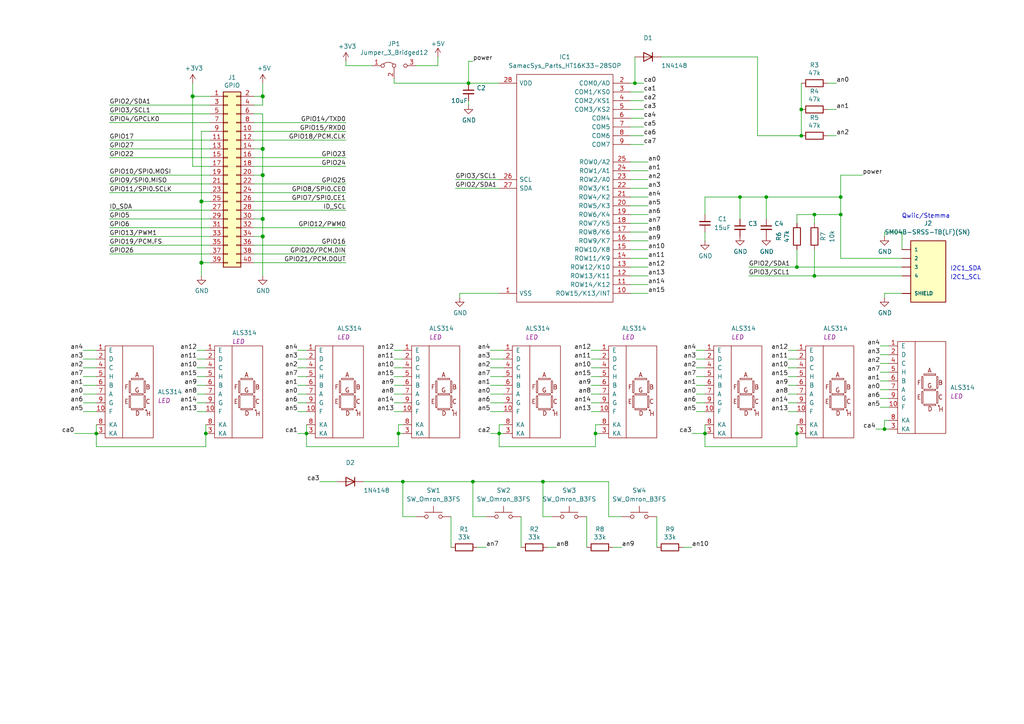
<source format=kicad_sch>
(kicad_sch (version 20230121) (generator eeschema)
  (paper "A4")
  (title_block (title "TinyNumberHat") (date "2023-11-02") (rev "ver 1.0") (company "Andrew Tudoroi"))
  (lib_symbols
    (symbol "Connector_Generic:Conn_02x20_Odd_Even" (pin_names (offset 1.016) hide)
      (property "Reference" "J" (at 1.27 25.4 0))
      (property "Value" "Conn_02x20_Odd_Even" (at 1.27 -27.94 0))
      (symbol "Conn_02x20_Odd_Even_1_1"
        (rectangle (start -1.27 -25.273) (end 0 -25.527) (stroke (width 0.1524)))
        (rectangle (start -1.27 -22.733) (end 0 -22.987) (stroke (width 0.1524)))
        (rectangle (start -1.27 -20.193) (end 0 -20.447) (stroke (width 0.1524)))
        (rectangle (start -1.27 -17.653) (end 0 -17.907) (stroke (width 0.1524)))
        (rectangle (start -1.27 -15.113) (end 0 -15.367) (stroke (width 0.1524)))
        (rectangle (start -1.27 -12.573) (end 0 -12.827) (stroke (width 0.1524)))
        (rectangle (start -1.27 -10.033) (end 0 -10.287) (stroke (width 0.1524)))
        (rectangle (start -1.27 -7.493) (end 0 -7.747) (stroke (width 0.1524)))
        (rectangle (start -1.27 -4.953) (end 0 -5.207) (stroke (width 0.1524)))
        (rectangle (start -1.27 -2.413) (end 0 -2.667) (stroke (width 0.1524)))
        (rectangle (start -1.27 0.127) (end 0 -0.127) (stroke (width 0.1524)))
        (rectangle (start -1.27 2.667) (end 0 2.413) (stroke (width 0.1524)))
        (rectangle (start -1.27 5.207) (end 0 4.953) (stroke (width 0.1524)))
        (rectangle (start -1.27 7.747) (end 0 7.493) (stroke (width 0.1524)))
        (rectangle (start -1.27 10.287) (end 0 10.033) (stroke (width 0.1524)))
        (rectangle (start -1.27 12.827) (end 0 12.573) (stroke (width 0.1524)))
        (rectangle (start -1.27 15.367) (end 0 15.113) (stroke (width 0.1524)))
        (rectangle (start -1.27 17.907) (end 0 17.653) (stroke (width 0.1524)))
        (rectangle (start -1.27 20.447) (end 0 20.193) (stroke (width 0.1524)))
        (rectangle (start -1.27 22.987) (end 0 22.733) (stroke (width 0.1524)))
        (rectangle (start -1.27 24.13) (end 3.81 -26.67) (stroke (width 0.254)) (fill (type background)))
        (rectangle (start 3.81 -25.273) (end 2.54 -25.527) (stroke (width 0.1524)))
        (rectangle (start 3.81 -22.733) (end 2.54 -22.987) (stroke (width 0.1524)))
        (rectangle (start 3.81 -20.193) (end 2.54 -20.447) (stroke (width 0.1524)))
        (rectangle (start 3.81 -17.653) (end 2.54 -17.907) (stroke (width 0.1524)))
        (rectangle (start 3.81 -15.113) (end 2.54 -15.367) (stroke (width 0.1524)))
        (rectangle (start 3.81 -12.573) (end 2.54 -12.827) (stroke (width 0.1524)))
        (rectangle (start 3.81 -10.033) (end 2.54 -10.287) (stroke (width 0.1524)))
        (rectangle (start 3.81 -7.493) (end 2.54 -7.747) (stroke (width 0.1524)))
        (rectangle (start 3.81 -4.953) (end 2.54 -5.207) (stroke (width 0.1524)))
        (rectangle (start 3.81 -2.413) (end 2.54 -2.667) (stroke (width 0.1524)))
        (rectangle (start 3.81 0.127) (end 2.54 -0.127) (stroke (width 0.1524)))
        (rectangle (start 3.81 2.667) (end 2.54 2.413) (stroke (width 0.1524)))
        (rectangle (start 3.81 5.207) (end 2.54 4.953) (stroke (width 0.1524)))
        (rectangle (start 3.81 7.747) (end 2.54 7.493) (stroke (width 0.1524)))
        (rectangle (start 3.81 10.287) (end 2.54 10.033) (stroke (width 0.1524)))
        (rectangle (start 3.81 12.827) (end 2.54 12.573) (stroke (width 0.1524)))
        (rectangle (start 3.81 15.367) (end 2.54 15.113) (stroke (width 0.1524)))
        (rectangle (start 3.81 17.907) (end 2.54 17.653) (stroke (width 0.1524)))
        (rectangle (start 3.81 20.447) (end 2.54 20.193) (stroke (width 0.1524)))
        (rectangle (start 3.81 22.987) (end 2.54 22.733) (stroke (width 0.1524)))
        (pin passive line (at -5.08 22.86 0) (length 3.81) (name "Pin_1") (number "1"))
        (pin passive line (at 7.62 12.7 180) (length 3.81) (name "Pin_10") (number "10"))
        (pin passive line (at -5.08 10.16 0) (length 3.81) (name "Pin_11") (number "11"))
        (pin passive line (at 7.62 10.16 180) (length 3.81) (name "Pin_12") (number "12"))
        (pin passive line (at -5.08 7.62 0) (length 3.81) (name "Pin_13") (number "13"))
        (pin passive line (at 7.62 7.62 180) (length 3.81) (name "Pin_14") (number "14"))
        (pin passive line (at -5.08 5.08 0) (length 3.81) (name "Pin_15") (number "15"))
        (pin passive line (at 7.62 5.08 180) (length 3.81) (name "Pin_16") (number "16"))
        (pin passive line (at -5.08 2.54 0) (length 3.81) (name "Pin_17") (number "17"))
        (pin passive line (at 7.62 2.54 180) (length 3.81) (name "Pin_18") (number "18"))
        (pin passive line (at -5.08 0 0) (length 3.81) (name "Pin_19") (number "19"))
        (pin passive line (at 7.62 22.86 180) (length 3.81) (name "Pin_2") (number "2"))
        (pin passive line (at 7.62 0 180) (length 3.81) (name "Pin_20") (number "20"))
        (pin passive line (at -5.08 -2.54 0) (length 3.81) (name "Pin_21") (number "21"))
        (pin passive line (at 7.62 -2.54 180) (length 3.81) (name "Pin_22") (number "22"))
        (pin passive line (at -5.08 -5.08 0) (length 3.81) (name "Pin_23") (number "23"))
        (pin passive line (at 7.62 -5.08 180) (length 3.81) (name "Pin_24") (number "24"))
        (pin passive line (at -5.08 -7.62 0) (length 3.81) (name "Pin_25") (number "25"))
        (pin passive line (at 7.62 -7.62 180) (length 3.81) (name "Pin_26") (number "26"))
        (pin passive line (at -5.08 -10.16 0) (length 3.81) (name "Pin_27") (number "27"))
        (pin passive line (at 7.62 -10.16 180) (length 3.81) (name "Pin_28") (number "28"))
        (pin passive line (at -5.08 -12.7 0) (length 3.81) (name "Pin_29") (number "29"))
        (pin passive line (at -5.08 20.32 0) (length 3.81) (name "Pin_3") (number "3"))
        (pin passive line (at 7.62 -12.7 180) (length 3.81) (name "Pin_30") (number "30"))
        (pin passive line (at -5.08 -15.24 0) (length 3.81) (name "Pin_31") (number "31"))
        (pin passive line (at 7.62 -15.24 180) (length 3.81) (name "Pin_32") (number "32"))
        (pin passive line (at -5.08 -17.78 0) (length 3.81) (name "Pin_33") (number "33"))
        (pin passive line (at 7.62 -17.78 180) (length 3.81) (name "Pin_34") (number "34"))
        (pin passive line (at -5.08 -20.32 0) (length 3.81) (name "Pin_35") (number "35"))
        (pin passive line (at 7.62 -20.32 180) (length 3.81) (name "Pin_36") (number "36"))
        (pin passive line (at -5.08 -22.86 0) (length 3.81) (name "Pin_37") (number "37"))
        (pin passive line (at 7.62 -22.86 180) (length 3.81) (name "Pin_38") (number "38"))
        (pin passive line (at -5.08 -25.4 0) (length 3.81) (name "Pin_39") (number "39"))
        (pin passive line (at 7.62 20.32 180) (length 3.81) (name "Pin_4") (number "4"))
        (pin passive line (at 7.62 -25.4 180) (length 3.81) (name "Pin_40") (number "40"))
        (pin passive line (at -5.08 17.78 0) (length 3.81) (name "Pin_5") (number "5"))
        (pin passive line (at 7.62 17.78 180) (length 3.81) (name "Pin_6") (number "6"))
        (pin passive line (at -5.08 15.24 0) (length 3.81) (name "Pin_7") (number "7"))
        (pin passive line (at 7.62 15.24 180) (length 3.81) (name "Pin_8") (number "8"))
        (pin passive line (at -5.08 12.7 0) (length 3.81) (name "Pin_9") (number "9"))
      )
    )
    (symbol "Device:C_Small" (pin_numbers hide) (pin_names (offset 0.254) hide)
      (property "Reference" "C" (at 0.254 1.778 0))
      (property "Value" "C_Small" (at 0.254 -2.032 0))
      (symbol "C_Small_0_1"
        (polyline (pts (xy -1.524 -0.508) (xy 1.524 -0.508)) (stroke (width 0.3302)))
        (polyline (pts (xy -1.524 0.508) (xy 1.524 0.508)) (stroke (width 0.3048)))
      )
      (symbol "C_Small_1_1"
        (pin passive line (at 0 2.54 270) (length 2.032) (name "~") (number "1"))
        (pin passive line (at 0 -2.54 90) (length 2.032) (name "~") (number "2"))
      )
    )
    (symbol "Device:D" (pin_numbers hide) (pin_names (offset 1.016) hide)
      (property "Reference" "D" (at 0 2.54 0))
      (property "Value" "D" (at 0 -2.54 0))
      (symbol "D_0_1"
        (polyline (pts (xy -1.27 1.27) (xy -1.27 -1.27)) (stroke (width 0.254)))
        (polyline (pts (xy 1.27 0) (xy -1.27 0)))
        (polyline (pts (xy 1.27 1.27) (xy 1.27 -1.27) (xy -1.27 0) (xy 1.27 1.27)) (stroke (width 0.254)))
      )
      (symbol "D_1_1"
        (pin passive line (at -3.81 0 0) (length 2.54) (name "K") (number "1"))
        (pin passive line (at 3.81 0 180) (length 2.54) (name "A") (number "2"))
      )
    )
    (symbol "Device:R" (pin_numbers hide) (pin_names (offset 0))
      (property "Reference" "R" (at 2.032 0 90))
      (property "Value" "R" (at 0 0 90))
      (symbol "R_0_1"
        (rectangle (start -1.016 -2.54) (end 1.016 2.54) (stroke (width 0.254)))
      )
      (symbol "R_1_1"
        (pin passive line (at 0 3.81 270) (length 1.27) (name "~") (number "1"))
        (pin passive line (at 0 -3.81 90) (length 1.27) (name "~") (number "2"))
      )
    )
    (symbol "Jumper:Jumper_3_Bridged12" (pin_names (offset 0) hide)
      (property "Reference" "JP" (at -2.54 -2.54 0))
      (property "Value" "Jumper_3_Bridged12" (at 0 2.794 0))
      (symbol "Jumper_3_Bridged12_0_0"
        (circle (center -3.302 0) (radius 0.508))
        (circle (center 0 0) (radius 0.508))
        (circle (center 3.302 0) (radius 0.508))
      )
      (symbol "Jumper_3_Bridged12_0_1"
        (arc (start -0.254 0.508) (mid -1.651 0.9912) (end -3.048 0.508))
        (polyline (pts (xy 0 -1.27) (xy 0 -0.508)))
      )
      (symbol "Jumper_3_Bridged12_1_1"
        (pin passive line (at -6.35 0 0) (length 2.54) (name "A") (number "1"))
        (pin passive line (at 0 -3.81 90) (length 2.54) (name "C") (number "2"))
        (pin passive line (at 6.35 0 180) (length 2.54) (name "B") (number "3"))
      )
    )
    (symbol "LTP-305G:АЛС314" (pin_names (offset 1.016))
      (property "Reference" "DPY" (at 10.16 0 0))
      (property "Value" "ALS314" (at 8.89 -26.67 0))
      (property "Тип" "LED" (at 10.16 -2.54 0))
      (symbol "АЛС314_0_0"
        (circle (center 14.478 -17.399) (radius 0.1778))
        (text "A" (at 11.811 -7.112 0) (effects (font (size 1.27 1.27))))
        (text "B" (at 14.986 -10.668 0) (effects (font (size 1.27 1.27))))
        (text "C" (at 14.986 -14.859 0) (effects (font (size 1.27 1.27))))
        (text "D" (at 11.938 -18.288 0) (effects (font (size 1.27 1.27))))
        (text "E" (at 8.763 -14.859 0) (effects (font (size 1.27 1.27))))
        (text "F" (at 8.763 -10.668 0) (effects (font (size 1.27 1.27))))
        (text "G" (at 11.811 -11.557 0) (effects (font (size 1.27 1.27))))
        (text "H" (at 15.113 -18.415 0) (effects (font (size 1.27 1.27))))
      )
      (symbol "АЛС314_0_1"
        (polyline (pts (xy 7.62 1.27) (xy 7.62 -25.4)))
        (rectangle (start 2.54 1.27) (end 16.51 -25.4))
        (rectangle (start 9.525 -16.637) (end 9.906 -13.208))
        (rectangle (start 9.525 -12.319) (end 9.906 -8.89))
        (rectangle (start 10.16 -16.891) (end 13.589 -17.272))
        (rectangle (start 10.16 -12.573) (end 13.589 -12.954))
        (rectangle (start 10.16 -8.128) (end 13.589 -8.509))
        (rectangle (start 13.843 -16.637) (end 14.224 -13.208))
        (rectangle (start 13.843 -12.319) (end 14.224 -8.89))
      )
      (symbol "АЛС314_1_1"
        (pin input line (at 0 0 0) (length 2.54) (name "E") (number "1"))
        (pin input line (at 0 -17.78 0) (length 2.54) (name "F") (number "10"))
        (pin input line (at 0 -2.54 0) (length 2.54) (name "D") (number "2"))
        (pin power_out line (at 0 -24.13 0) (length 2.54) (name "KA") (number "3"))
        (pin input line (at 0 -5.08 0) (length 2.54) (name "C") (number "4"))
        (pin input line (at 0 -7.62 0) (length 2.54) (name "H") (number "5"))
        (pin input line (at 0 -10.16 0) (length 2.54) (name "B") (number "6"))
        (pin input line (at 0 -12.7 0) (length 2.54) (name "A") (number "7"))
        (pin power_out line (at 0 -21.59 0) (length 2.54) (name "KA") (number "8"))
        (pin input line (at 0 -15.24 0) (length 2.54) (name "G") (number "9"))
      )
    )
    (symbol "LTP305_ESP32_CLOCK-rescue:HT16K33-28SOP-SamacSys_Parts" (pin_names (offset 0.762))
      (property "Reference" "IC" (at 34.29 7.62 0))
      (property "Value" "SamacSys_Parts_HT16K33-28SOP" (at 34.29 5.08 0))
      (symbol "HT16K33-28SOP-SamacSys_Parts_0_0"
        (pin passive line (at 0 -60.96 0) (length 5.08) (name "VSS") (number "1"))
        (pin passive line (at 38.1 -60.96 180) (length 5.08) (name "ROW15/K13/INT") (number "10"))
        (pin passive line (at 38.1 -58.42 180) (length 5.08) (name "ROW14/K12") (number "11"))
        (pin passive line (at 38.1 -55.88 180) (length 5.08) (name "ROW13/K11") (number "12"))
        (pin passive line (at 38.1 -53.34 180) (length 5.08) (name "ROW12/K10") (number "13"))
        (pin passive line (at 38.1 -50.8 180) (length 5.08) (name "ROW11/K9") (number "14"))
        (pin passive line (at 38.1 -48.26 180) (length 5.08) (name "ROW10/K8") (number "15"))
        (pin passive line (at 38.1 -45.72 180) (length 5.08) (name "ROW9/K7") (number "16"))
        (pin passive line (at 38.1 -43.18 180) (length 5.08) (name "ROW8/K6") (number "17"))
        (pin passive line (at 38.1 -40.64 180) (length 5.08) (name "ROW7/K5") (number "18"))
        (pin passive line (at 38.1 -38.1 180) (length 5.08) (name "ROW6/K4") (number "19"))
        (pin passive line (at 38.1 0 180) (length 5.08) (name "COM0/AD") (number "2"))
        (pin passive line (at 38.1 -35.56 180) (length 5.08) (name "ROW5/K3") (number "20"))
        (pin passive line (at 38.1 -33.02 180) (length 5.08) (name "ROW4/K2") (number "21"))
        (pin passive line (at 38.1 -30.48 180) (length 5.08) (name "ROW3/K1") (number "22"))
        (pin passive line (at 38.1 -27.94 180) (length 5.08) (name "ROW2/A0") (number "23"))
        (pin passive line (at 38.1 -25.4 180) (length 5.08) (name "ROW1/A1") (number "24"))
        (pin passive line (at 38.1 -22.86 180) (length 5.08) (name "ROW0/A2") (number "25"))
        (pin passive line (at 0 -27.94 0) (length 5.08) (name "SCL") (number "26"))
        (pin passive line (at 0 -30.48 0) (length 5.08) (name "SDA") (number "27"))
        (pin passive line (at 0 0 0) (length 5.08) (name "VDD") (number "28"))
        (pin passive line (at 38.1 -2.54 180) (length 5.08) (name "COM1/KS0") (number "3"))
        (pin passive line (at 38.1 -5.08 180) (length 5.08) (name "COM2/KS1") (number "4"))
        (pin passive line (at 38.1 -7.62 180) (length 5.08) (name "COM3/KS2") (number "5"))
        (pin passive line (at 38.1 -10.16 180) (length 5.08) (name "COM4") (number "6"))
        (pin passive line (at 38.1 -12.7 180) (length 5.08) (name "COM5") (number "7"))
        (pin passive line (at 38.1 -15.24 180) (length 5.08) (name "COM6") (number "8"))
        (pin passive line (at 38.1 -17.78 180) (length 5.08) (name "COM7") (number "9"))
      )
      (symbol "HT16K33-28SOP-SamacSys_Parts_0_1"
        (polyline (pts (xy 5.08 2.54) (xy 33.02 2.54) (xy 33.02 -63.5) (xy 5.08 -63.5) (xy 5.08 2.54)) (stroke (width 0.1524)))
      )
    )
    (symbol "SM04B-SRSS-TB_LF__SN_:SM04B-SRSS-TB(LF)(SN)" (pin_numbers hide) (pin_names (offset 1.016))
      (property "Reference" "J" (at -5.08 8.1534 0))
      (property "Value" "SM04B-SRSS-TB(LF)(SN)" (at -5.08 -11.9634 0))
      (symbol "SM04B-SRSS-TB(LF)(SN)_0_0"
        (rectangle (start -5.08 -10.16) (end 5.08 7.62) (stroke (width 0.254)) (fill (type background)))
        (pin passive line (at -7.62 5.08 0) (length 2.54) (name "1") (number "1"))
        (pin passive line (at -7.62 2.54 0) (length 2.54) (name "2") (number "2"))
        (pin passive line (at -7.62 0 0) (length 2.54) (name "3") (number "3"))
        (pin passive line (at -7.62 -2.54 0) (length 2.54) (name "4") (number "4"))
        (pin passive line (at -7.62 -7.62 0) (length 2.54) (name "SHIELD") (number "S1"))
        (pin passive line (at -7.62 -7.62 0) (length 2.54) (name "SHIELD") (number "S2"))
      )
    )
    (symbol "Switch:SW_Omron_B3FS" (pin_numbers hide) (pin_names (offset 1.016) hide)
      (property "Reference" "SW" (at 1.27 2.54 0))
      (property "Value" "SW_Omron_B3FS" (at 0 -1.524 0))
      (symbol "SW_Omron_B3FS_0_1"
        (circle (center -2.032 0) (radius 0.508))
        (polyline (pts (xy 0 1.27) (xy 0 3.048)))
        (polyline (pts (xy 2.54 1.27) (xy -2.54 1.27)))
        (circle (center 2.032 0) (radius 0.508))
        (pin passive line (at -5.08 0 0) (length 2.54) (name "1") (number "1"))
        (pin passive line (at 5.08 0 180) (length 2.54) (name "2") (number "2"))
      )
    )
    (symbol "power:+3.3V" (power) (pin_names (offset 0))
      (property "Value" "+3.3V" (at 0 3.556 0))
      (symbol "+3.3V_0_1"
        (polyline (pts (xy -0.762 1.27) (xy 0 2.54)))
        (polyline (pts (xy 0 0) (xy 0 2.54)))
        (polyline (pts (xy 0 2.54) (xy 0.762 1.27)))
      )
      (symbol "+3.3V_1_1"
        (pin power_in line (at 0 0 90) (length 0) hide (name "+3V3") (number "1"))
      )
    )
    (symbol "power:+5V" (power) (pin_names (offset 0))
      (property "Value" "+5V" (at 0 3.556 0))
      (symbol "+5V_0_1"
        (polyline (pts (xy -0.762 1.27) (xy 0 2.54)))
        (polyline (pts (xy 0 0) (xy 0 2.54)))
        (polyline (pts (xy 0 2.54) (xy 0.762 1.27)))
      )
      (symbol "+5V_1_1"
        (pin power_in line (at 0 0 90) (length 0) hide (name "+5V") (number "1"))
      )
    )
    (symbol "power:GND" (power) (pin_names (offset 0))
      (property "Value" "GND" (at 0 -3.81 0))
      (symbol "GND_0_1"
        (polyline (pts (xy 0 0) (xy 0 -1.27) (xy 1.27 -1.27) (xy 0 -2.54) (xy -1.27 -1.27) (xy 0 -1.27)))
      )
      (symbol "GND_1_1"
        (pin power_in line (at 0 0 270) (length 0) hide (name "GND") (number "1"))
      )
    )
  )
  (junction (at 236.22 62.23))
  (junction (at 76.2 63.5) (diameter 1.016))
  (junction (at 55.88 27.94) (diameter 1.016))
  (junction (at 76.2 68.58) (diameter 1.016))
  (junction (at 144.78 125.73))
  (junction (at 243.84 62.23))
  (junction (at 214.63 57.15))
  (junction (at 157.48 139.7))
  (junction (at 243.84 57.15))
  (junction (at 58.42 58.42) (diameter 1.016))
  (junction (at 172.72 125.73))
  (junction (at 256.54 124.46))
  (junction (at 76.2 50.8) (diameter 1.016))
  (junction (at 204.47 125.73))
  (junction (at 76.2 43.18) (diameter 1.016))
  (junction (at 231.14 125.73))
  (junction (at 222.25 57.15))
  (junction (at 116.84 139.7))
  (junction (at 27.94 125.73))
  (junction (at 88.9 125.73))
  (junction (at 115.57 125.73))
  (junction (at 236.22 80.01))
  (junction (at 59.69 125.73))
  (junction (at 135.89 24.13))
  (junction (at 184.15 24.13))
  (junction (at 232.41 31.75))
  (junction (at 231.14 77.47))
  (junction (at 232.41 39.37))
  (junction (at 137.16 139.7))
  (junction (at 58.42 76.2) (diameter 1.016))
  (junction (at 76.2 27.94) (diameter 1.016))
  (wire (pts (xy 231.14 64.77) (xy 231.14 62.23)))
  (wire (pts (xy 58.42 58.42) (xy 58.42 76.2)))
  (wire (pts (xy 73.66 58.42) (xy 100.33 58.42)))
  (wire (pts (xy 182.88 31.75) (xy 186.69 31.75)))
  (wire (pts (xy 116.84 125.73) (xy 115.57 125.73)))
  (wire (pts (xy 243.84 62.23) (xy 243.84 74.93)))
  (wire (pts (xy 60.96 40.64) (xy 31.75 40.64)))
  (wire (pts (xy 59.69 129.54) (xy 59.69 125.73)))
  (wire (pts (xy 236.22 72.39) (xy 236.22 80.01)))
  (wire (pts (xy 142.24 109.22) (xy 146.05 109.22)))
  (wire (pts (xy 86.36 104.14) (xy 88.9 104.14)))
  (wire (pts (xy 76.2 33.02) (xy 76.2 43.18)))
  (wire (pts (xy 157.48 139.7) (xy 176.53 139.7)))
  (wire (pts (xy 57.15 104.14) (xy 59.69 104.14)))
  (wire (pts (xy 76.2 50.8) (xy 73.66 50.8)))
  (wire (pts (xy 114.3 101.6) (xy 116.84 101.6)))
  (wire (pts (xy 222.25 57.15) (xy 243.84 57.15)))
  (wire (pts (xy 157.48 139.7) (xy 157.48 149.86)))
  (wire (pts (xy 173.99 123.19) (xy 172.72 123.19)))
  (wire (pts (xy 57.15 109.22) (xy 59.69 109.22)))
  (wire (pts (xy 182.88 49.53) (xy 187.96 49.53)))
  (wire (pts (xy 171.45 119.38) (xy 173.99 119.38)))
  (wire (pts (xy 182.88 52.07) (xy 187.96 52.07)))
  (wire (pts (xy 201.93 106.68) (xy 204.47 106.68)))
  (wire (pts (xy 256.54 85.09) (xy 256.54 86.36)))
  (wire (pts (xy 76.2 63.5) (xy 76.2 68.58)))
  (wire (pts (xy 243.84 57.15) (xy 243.84 62.23)))
  (wire (pts (xy 137.16 139.7) (xy 157.48 139.7)))
  (wire (pts (xy 182.88 41.91) (xy 186.69 41.91)))
  (wire (pts (xy 228.6 104.14) (xy 231.14 104.14)))
  (wire (pts (xy 86.36 119.38) (xy 88.9 119.38)))
  (wire (pts (xy 114.3 109.22) (xy 116.84 109.22)))
  (wire (pts (xy 114.3 116.84) (xy 116.84 116.84)))
  (wire (pts (xy 236.22 62.23) (xy 243.84 62.23)))
  (wire (pts (xy 214.63 57.15) (xy 214.63 63.5)))
  (wire (pts (xy 86.36 116.84) (xy 88.9 116.84)))
  (wire (pts (xy 254 124.46) (xy 256.54 124.46)))
  (wire (pts (xy 228.6 119.38) (xy 231.14 119.38)))
  (wire (pts (xy 201.93 116.84) (xy 204.47 116.84)))
  (wire (pts (xy 76.2 50.8) (xy 76.2 63.5)))
  (wire (pts (xy 114.3 24.13) (xy 135.89 24.13)))
  (wire (pts (xy 100.33 17.78) (xy 100.33 19.05)))
  (wire (pts (xy 73.66 35.56) (xy 100.33 35.56)))
  (wire (pts (xy 144.78 129.54) (xy 172.72 129.54)))
  (wire (pts (xy 58.42 38.1) (xy 58.42 58.42)))
  (wire (pts (xy 231.14 123.19) (xy 231.14 125.73)))
  (wire (pts (xy 182.88 57.15) (xy 187.96 57.15)))
  (wire (pts (xy 130.81 149.86) (xy 130.81 158.75)))
  (wire (pts (xy 137.16 17.78) (xy 135.89 17.78)))
  (wire (pts (xy 142.24 111.76) (xy 146.05 111.76)))
  (wire (pts (xy 58.42 38.1) (xy 60.96 38.1)))
  (wire (pts (xy 201.93 119.38) (xy 204.47 119.38)))
  (wire (pts (xy 182.88 34.29) (xy 186.69 34.29)))
  (wire (pts (xy 182.88 64.77) (xy 187.96 64.77)))
  (wire (pts (xy 114.3 104.14) (xy 116.84 104.14)))
  (wire (pts (xy 73.66 55.88) (xy 100.33 55.88)))
  (wire (pts (xy 157.48 149.86) (xy 160.02 149.86)))
  (wire (pts (xy 60.96 60.96) (xy 31.75 60.96)))
  (wire (pts (xy 57.15 111.76) (xy 59.69 111.76)))
  (wire (pts (xy 142.24 119.38) (xy 146.05 119.38)))
  (wire (pts (xy 86.36 111.76) (xy 88.9 111.76)))
  (wire (pts (xy 31.75 63.5) (xy 60.96 63.5)))
  (wire (pts (xy 182.88 80.01) (xy 187.96 80.01)))
  (wire (pts (xy 132.08 52.07) (xy 144.78 52.07)))
  (wire (pts (xy 142.24 114.3) (xy 146.05 114.3)))
  (wire (pts (xy 135.89 17.78) (xy 135.89 24.13)))
  (wire (pts (xy 24.13 116.84) (xy 27.94 116.84)))
  (wire (pts (xy 86.36 109.22) (xy 88.9 109.22)))
  (wire (pts (xy 58.42 58.42) (xy 60.96 58.42)))
  (wire (pts (xy 182.88 77.47) (xy 187.96 77.47)))
  (wire (pts (xy 182.88 29.21) (xy 186.69 29.21)))
  (wire (pts (xy 171.45 104.14) (xy 173.99 104.14)))
  (wire (pts (xy 170.18 149.86) (xy 170.18 158.75)))
  (wire (pts (xy 132.08 54.61) (xy 144.78 54.61)))
  (wire (pts (xy 73.66 45.72) (xy 100.33 45.72)))
  (wire (pts (xy 182.88 46.99) (xy 187.96 46.99)))
  (wire (pts (xy 182.88 67.31) (xy 187.96 67.31)))
  (wire (pts (xy 255.27 100.33) (xy 257.81 100.33)))
  (wire (pts (xy 151.13 149.86) (xy 151.13 158.75)))
  (wire (pts (xy 201.93 101.6) (xy 204.47 101.6)))
  (wire (pts (xy 73.66 76.2) (xy 100.33 76.2)))
  (wire (pts (xy 58.42 76.2) (xy 58.42 80.01)))
  (wire (pts (xy 31.75 43.18) (xy 60.96 43.18)))
  (wire (pts (xy 177.8 158.75) (xy 180.34 158.75)))
  (wire (pts (xy 171.45 109.22) (xy 173.99 109.22)))
  (wire (pts (xy 256.54 124.46) (xy 257.81 124.46)))
  (wire (pts (xy 55.88 24.13) (xy 55.88 27.94)))
  (wire (pts (xy 182.88 39.37) (xy 186.69 39.37)))
  (wire (pts (xy 24.13 104.14) (xy 27.94 104.14)))
  (wire (pts (xy 228.6 111.76) (xy 231.14 111.76)))
  (wire (pts (xy 142.24 106.68) (xy 146.05 106.68)))
  (wire (pts (xy 204.47 67.31) (xy 204.47 69.85)))
  (wire (pts (xy 59.69 123.19) (xy 59.69 125.73)))
  (wire (pts (xy 217.17 80.01) (xy 236.22 80.01)))
  (wire (pts (xy 76.2 68.58) (xy 73.66 68.58)))
  (wire (pts (xy 201.93 104.14) (xy 204.47 104.14)))
  (wire (pts (xy 228.6 101.6) (xy 231.14 101.6)))
  (wire (pts (xy 182.88 82.55) (xy 187.96 82.55)))
  (wire (pts (xy 31.75 33.02) (xy 60.96 33.02)))
  (wire (pts (xy 24.13 111.76) (xy 27.94 111.76)))
  (wire (pts (xy 201.93 111.76) (xy 204.47 111.76)))
  (wire (pts (xy 182.88 59.69) (xy 187.96 59.69)))
  (wire (pts (xy 31.75 55.88) (xy 60.96 55.88)))
  (wire (pts (xy 27.94 123.19) (xy 27.94 125.73)))
  (wire (pts (xy 182.88 85.09) (xy 187.96 85.09)))
  (wire (pts (xy 200.66 125.73) (xy 204.47 125.73)))
  (wire (pts (xy 55.88 48.26) (xy 60.96 48.26)))
  (wire (pts (xy 114.3 22.86) (xy 114.3 24.13)))
  (wire (pts (xy 60.96 30.48) (xy 31.75 30.48)))
  (wire (pts (xy 127 19.05) (xy 120.65 19.05)))
  (wire (pts (xy 57.15 101.6) (xy 59.69 101.6)))
  (wire (pts (xy 92.71 139.7) (xy 97.79 139.7)))
  (wire (pts (xy 76.2 27.94) (xy 76.2 30.48)))
  (wire (pts (xy 231.14 62.23) (xy 236.22 62.23)))
  (wire (pts (xy 228.6 114.3) (xy 231.14 114.3)))
  (wire (pts (xy 76.2 43.18) (xy 76.2 50.8)))
  (wire (pts (xy 27.94 125.73) (xy 27.94 129.54)))
  (wire (pts (xy 73.66 40.64) (xy 100.33 40.64)))
  (wire (pts (xy 255.27 102.87) (xy 257.81 102.87)))
  (wire (pts (xy 76.2 43.18) (xy 73.66 43.18)))
  (wire (pts (xy 204.47 57.15) (xy 204.47 62.23)))
  (wire (pts (xy 21.59 125.73) (xy 27.94 125.73)))
  (wire (pts (xy 76.2 24.13) (xy 76.2 27.94)))
  (wire (pts (xy 182.88 69.85) (xy 187.96 69.85)))
  (wire (pts (xy 184.15 16.51) (xy 184.15 24.13)))
  (wire (pts (xy 204.47 129.54) (xy 231.14 129.54)))
  (wire (pts (xy 204.47 57.15) (xy 214.63 57.15)))
  (wire (pts (xy 146.05 123.19) (xy 144.78 123.19)))
  (wire (pts (xy 31.75 35.56) (xy 60.96 35.56)))
  (wire (pts (xy 232.41 39.37) (xy 219.71 39.37)))
  (wire (pts (xy 240.03 24.13) (xy 242.57 24.13)))
  (wire (pts (xy 115.57 129.54) (xy 115.57 125.73)))
  (wire (pts (xy 76.2 27.94) (xy 73.66 27.94)))
  (wire (pts (xy 255.27 118.11) (xy 257.81 118.11)))
  (wire (pts (xy 171.45 106.68) (xy 173.99 106.68)))
  (wire (pts (xy 55.88 27.94) (xy 55.88 48.26)))
  (wire (pts (xy 198.12 158.75) (xy 200.66 158.75)))
  (wire (pts (xy 114.3 119.38) (xy 116.84 119.38)))
  (wire (pts (xy 73.66 48.26) (xy 100.33 48.26)))
  (wire (pts (xy 255.27 115.57) (xy 257.81 115.57)))
  (wire (pts (xy 232.41 31.75) (xy 232.41 39.37)))
  (wire (pts (xy 137.16 149.86) (xy 140.97 149.86)))
  (wire (pts (xy 73.66 38.1) (xy 100.33 38.1)))
  (wire (pts (xy 24.13 119.38) (xy 27.94 119.38)))
  (wire (pts (xy 138.43 158.75) (xy 140.97 158.75)))
  (wire (pts (xy 142.24 101.6) (xy 146.05 101.6)))
  (wire (pts (xy 88.9 123.19) (xy 88.9 125.73)))
  (wire (pts (xy 214.63 57.15) (xy 222.25 57.15)))
  (wire (pts (xy 127 16.51) (xy 127 19.05)))
  (wire (pts (xy 100.33 19.05) (xy 107.95 19.05)))
  (wire (pts (xy 86.36 125.73) (xy 88.9 125.73)))
  (wire (pts (xy 137.16 139.7) (xy 137.16 149.86)))
  (wire (pts (xy 31.75 45.72) (xy 60.96 45.72)))
  (wire (pts (xy 135.89 24.13) (xy 144.78 24.13)))
  (wire (pts (xy 31.75 53.34) (xy 60.96 53.34)))
  (wire (pts (xy 201.93 109.22) (xy 204.47 109.22)))
  (wire (pts (xy 182.88 72.39) (xy 187.96 72.39)))
  (wire (pts (xy 116.84 139.7) (xy 137.16 139.7)))
  (wire (pts (xy 240.03 31.75) (xy 242.57 31.75)))
  (wire (pts (xy 172.72 123.19) (xy 172.72 125.73)))
  (wire (pts (xy 255.27 107.95) (xy 257.81 107.95)))
  (wire (pts (xy 204.47 123.19) (xy 204.47 125.73)))
  (wire (pts (xy 115.57 123.19) (xy 116.84 123.19)))
  (wire (pts (xy 31.75 66.04) (xy 60.96 66.04)))
  (wire (pts (xy 171.45 101.6) (xy 173.99 101.6)))
  (wire (pts (xy 76.2 30.48) (xy 73.66 30.48)))
  (wire (pts (xy 142.24 125.73) (xy 144.78 125.73)))
  (wire (pts (xy 190.5 149.86) (xy 190.5 158.75)))
  (wire (pts (xy 182.88 54.61) (xy 187.96 54.61)))
  (wire (pts (xy 171.45 116.84) (xy 173.99 116.84)))
  (wire (pts (xy 182.88 26.67) (xy 186.69 26.67)))
  (wire (pts (xy 222.25 57.15) (xy 222.25 63.5)))
  (wire (pts (xy 88.9 125.73) (xy 88.9 129.54)))
  (wire (pts (xy 24.13 106.68) (xy 27.94 106.68)))
  (wire (pts (xy 243.84 50.8) (xy 250.19 50.8)))
  (wire (pts (xy 31.75 71.12) (xy 60.96 71.12)))
  (wire (pts (xy 88.9 129.54) (xy 115.57 129.54)))
  (wire (pts (xy 217.17 77.47) (xy 231.14 77.47)))
  (wire (pts (xy 236.22 80.01) (xy 261.62 80.01)))
  (wire (pts (xy 73.66 71.12) (xy 100.33 71.12)))
  (wire (pts (xy 257.81 121.92) (xy 256.54 121.92)))
  (wire (pts (xy 116.84 149.86) (xy 120.65 149.86)))
  (wire (pts (xy 255.27 110.49) (xy 257.81 110.49)))
  (wire (pts (xy 158.75 158.75) (xy 161.29 158.75)))
  (wire (pts (xy 73.66 66.04) (xy 100.33 66.04)))
  (wire (pts (xy 58.42 76.2) (xy 60.96 76.2)))
  (wire (pts (xy 57.15 116.84) (xy 59.69 116.84)))
  (wire (pts (xy 232.41 24.13) (xy 232.41 31.75)))
  (wire (pts (xy 243.84 50.8) (xy 243.84 57.15)))
  (wire (pts (xy 219.71 39.37) (xy 219.71 16.51)))
  (wire (pts (xy 57.15 114.3) (xy 59.69 114.3)))
  (wire (pts (xy 86.36 114.3) (xy 88.9 114.3)))
  (wire (pts (xy 171.45 111.76) (xy 173.99 111.76)))
  (wire (pts (xy 73.66 73.66) (xy 100.33 73.66)))
  (wire (pts (xy 144.78 85.09) (xy 133.35 85.09)))
  (wire (pts (xy 142.24 116.84) (xy 146.05 116.84)))
  (wire (pts (xy 231.14 72.39) (xy 231.14 77.47)))
  (wire (pts (xy 243.84 74.93) (xy 261.62 74.93)))
  (wire (pts (xy 76.2 33.02) (xy 73.66 33.02)))
  (wire (pts (xy 231.14 129.54) (xy 231.14 125.73)))
  (wire (pts (xy 31.75 73.66) (xy 60.96 73.66)))
  (wire (pts (xy 172.72 125.73) (xy 173.99 125.73)))
  (wire (pts (xy 184.15 24.13) (xy 182.88 24.13)))
  (wire (pts (xy 228.6 106.68) (xy 231.14 106.68)))
  (wire (pts (xy 114.3 111.76) (xy 116.84 111.76)))
  (wire (pts (xy 135.89 29.21) (xy 135.89 30.48)))
  (wire (pts (xy 231.14 77.47) (xy 261.62 77.47)))
  (wire (pts (xy 204.47 125.73) (xy 204.47 129.54)))
  (wire (pts (xy 86.36 106.68) (xy 88.9 106.68)))
  (wire (pts (xy 255.27 105.41) (xy 257.81 105.41)))
  (wire (pts (xy 182.88 74.93) (xy 187.96 74.93)))
  (wire (pts (xy 242.57 39.37) (xy 240.03 39.37)))
  (wire (pts (xy 201.93 114.3) (xy 204.47 114.3)))
  (wire (pts (xy 142.24 104.14) (xy 146.05 104.14)))
  (wire (pts (xy 114.3 114.3) (xy 116.84 114.3)))
  (wire (pts (xy 133.35 85.09) (xy 133.35 86.36)))
  (wire (pts (xy 116.84 139.7) (xy 116.84 149.86)))
  (wire (pts (xy 115.57 123.19) (xy 115.57 125.73)))
  (wire (pts (xy 76.2 68.58) (xy 76.2 80.01)))
  (wire (pts (xy 73.66 53.34) (xy 100.33 53.34)))
  (wire (pts (xy 60.96 68.58) (xy 31.75 68.58)))
  (wire (pts (xy 144.78 123.19) (xy 144.78 125.73)))
  (wire (pts (xy 24.13 101.6) (xy 27.94 101.6)))
  (wire (pts (xy 176.53 149.86) (xy 180.34 149.86)))
  (wire (pts (xy 228.6 109.22) (xy 231.14 109.22)))
  (wire (pts (xy 144.78 125.73) (xy 146.05 125.73)))
  (wire (pts (xy 171.45 114.3) (xy 173.99 114.3)))
  (wire (pts (xy 228.6 116.84) (xy 231.14 116.84)))
  (wire (pts (xy 186.69 24.13) (xy 184.15 24.13)))
  (wire (pts (xy 57.15 119.38) (xy 59.69 119.38)))
  (wire (pts (xy 261.62 67.31) (xy 261.62 72.39)))
  (wire (pts (xy 256.54 67.31) (xy 261.62 67.31)))
  (wire (pts (xy 76.2 63.5) (xy 73.66 63.5)))
  (wire (pts (xy 27.94 129.54) (xy 59.69 129.54)))
  (wire (pts (xy 144.78 125.73) (xy 144.78 129.54)))
  (wire (pts (xy 182.88 62.23) (xy 187.96 62.23)))
  (wire (pts (xy 57.15 106.68) (xy 59.69 106.68)))
  (wire (pts (xy 55.88 27.94) (xy 60.96 27.94)))
  (wire (pts (xy 24.13 114.3) (xy 27.94 114.3)))
  (wire (pts (xy 105.41 139.7) (xy 116.84 139.7)))
  (wire (pts (xy 255.27 113.03) (xy 257.81 113.03)))
  (wire (pts (xy 236.22 64.77) (xy 236.22 62.23)))
  (wire (pts (xy 24.13 109.22) (xy 27.94 109.22)))
  (wire (pts (xy 86.36 101.6) (xy 88.9 101.6)))
  (wire (pts (xy 182.88 36.83) (xy 186.69 36.83)))
  (wire (pts (xy 256.54 121.92) (xy 256.54 124.46)))
  (wire (pts (xy 114.3 106.68) (xy 116.84 106.68)))
  (wire (pts (xy 60.96 50.8) (xy 31.75 50.8)))
  (wire (pts (xy 73.66 60.96) (xy 100.33 60.96)))
  (wire (pts (xy 172.72 129.54) (xy 172.72 125.73)))
  (wire (pts (xy 256.54 68.58) (xy 256.54 67.31)))
  (wire (pts (xy 176.53 139.7) (xy 176.53 149.86)))
  (wire (pts (xy 261.62 85.09) (xy 256.54 85.09)))
  (wire (pts (xy 191.77 16.51) (xy 219.71 16.51)))
  (text "I2C1_SCL" (at 275.59 81.28 0) (effects (font (size 1.27 1.27)) (justify left bottom)))
  (text "Qwiic/Stemma" (at 275.59 63.5 0) (effects (font (size 1.27 1.27)) (justify right bottom)))
  (text "I2C1_SDA" (at 275.59 78.74 0) (effects (font (size 1.27 1.27)) (justify left bottom)))
  (label "an3" (at 187.96 54.61 0))
  (label "an1" (at 24.13 111.76 180))
  (label "an7" (at 24.13 109.22 180))
  (label "an11" (at 228.6 104.14 180))
  (label "ID_SDA" (at 31.75 60.96 0))
  (label "GPIO6" (at 31.75 66.04 0))
  (label "an9" (at 180.34 158.75 0))
  (label "an7" (at 201.93 109.22 180))
  (label "an7" (at 255.27 107.95 180))
  (label "ca2" (at 142.24 125.73 180))
  (label "an6" (at 142.24 116.84 180))
  (label "an11" (at 57.15 104.14 180))
  (label "an1" (at 255.27 110.49 180))
  (label "power" (at 137.16 17.78 0))
  (label "ca4" (at 186.69 34.29 0))
  (label "GPIO3{slash}SCL1" (at 132.08 52.07 0))
  (label "an8" (at 187.96 67.31 0))
  (label "an15" (at 171.45 109.22 180))
  (label "an12" (at 57.15 101.6 180))
  (label "an0" (at 142.24 114.3 180))
  (label "ca1" (at 186.69 26.67 0))
  (label "an3" (at 86.36 104.14 180))
  (label "an8" (at 171.45 114.3 180))
  (label "an0" (at 201.93 114.3 180))
  (label "ID_SCL" (at 100.33 60.96 180))
  (label "GPIO5" (at 31.75 63.5 0))
  (label "an5" (at 255.27 118.11 180))
  (label "an0" (at 86.36 114.3 180))
  (label "an2" (at 255.27 105.41 180))
  (label "an6" (at 255.27 115.57 180))
  (label "an8" (at 161.29 158.75 0))
  (label "GPIO21{slash}PCM.DOUT" (at 100.33 76.2 180))
  (label "GPIO19{slash}PCM.FS" (at 31.75 71.12 0))
  (label "GPIO10{slash}SPI0.MOSI" (at 31.75 50.8 0))
  (label "GPIO9{slash}SPI0.MISO" (at 31.75 53.34 0))
  (label "an3" (at 142.24 104.14 180))
  (label "an3" (at 255.27 102.87 180))
  (label "an14" (at 187.96 82.55 0))
  (label "GPIO23" (at 100.33 45.72 180))
  (label "an13" (at 57.15 119.38 180))
  (label "an9" (at 228.6 111.76 180))
  (label "an10" (at 57.15 106.68 180))
  (label "an2" (at 187.96 52.07 0))
  (label "GPIO4{slash}GPCLK0" (at 31.75 35.56 0))
  (label "an4" (at 24.13 101.6 180))
  (label "an6" (at 201.93 116.84 180))
  (label "an6" (at 24.13 116.84 180))
  (label "an8" (at 228.6 114.3 180))
  (label "GPIO27" (at 31.75 43.18 0))
  (label "an1" (at 86.36 111.76 180))
  (label "an11" (at 187.96 74.93 0))
  (label "an10" (at 114.3 106.68 180))
  (label "GPIO26" (at 31.75 73.66 0))
  (label "GPIO14{slash}TXD0" (at 100.33 35.56 180))
  (label "an2" (at 86.36 106.68 180))
  (label "GPIO8{slash}SPI0.CE0" (at 100.33 55.88 180))
  (label "GPIO15{slash}RXD0" (at 100.33 38.1 180))
  (label "GPIO16" (at 100.33 71.12 180))
  (label "an13" (at 187.96 80.01 0))
  (label "an0" (at 255.27 113.03 180))
  (label "an12" (at 228.6 101.6 180))
  (label "an4" (at 187.96 57.15 0))
  (label "an4" (at 201.93 101.6 180))
  (label "an6" (at 86.36 116.84 180))
  (label "an0" (at 24.13 114.3 180))
  (label "an13" (at 228.6 119.38 180))
  (label "an2" (at 242.57 39.37 0))
  (label "an7" (at 142.24 109.22 180))
  (label "an2" (at 24.13 106.68 180))
  (label "ca4" (at 254 124.46 180))
  (label "ca3" (at 186.69 31.75 0))
  (label "an9" (at 187.96 69.85 0))
  (label "an3" (at 201.93 104.14 180))
  (label "an4" (at 86.36 101.6 180))
  (label "an2" (at 201.93 106.68 180))
  (label "an5" (at 86.36 119.38 180))
  (label "ca0" (at 21.59 125.73 180))
  (label "an10" (at 228.6 106.68 180))
  (label "GPIO22" (at 31.75 45.72 0))
  (label "an7" (at 187.96 64.77 0))
  (label "an6" (at 187.96 62.23 0))
  (label "an5" (at 201.93 119.38 180))
  (label "GPIO2{slash}SDA1" (at 217.17 77.47 0))
  (label "an8" (at 57.15 114.3 180))
  (label "power" (at 250.19 50.8 0))
  (label "an12" (at 187.96 77.47 0))
  (label "ca6" (at 186.69 39.37 0))
  (label "an11" (at 114.3 104.14 180))
  (label "an9" (at 57.15 111.76 180))
  (label "ca3" (at 200.66 125.73 180))
  (label "an15" (at 114.3 109.22 180))
  (label "GPIO2{slash}SDA1" (at 31.75 30.48 0))
  (label "ca1" (at 86.36 125.73 180))
  (label "GPIO17" (at 31.75 40.64 0))
  (label "an1" (at 201.93 111.76 180))
  (label "GPIO2{slash}SDA1" (at 132.08 54.61 0))
  (label "GPIO25" (at 100.33 53.34 180))
  (label "GPIO3{slash}SCL1" (at 31.75 33.02 0))
  (label "GPIO18{slash}PCM.CLK" (at 100.33 40.64 180))
  (label "ca3" (at 92.71 139.7 180))
  (label "an7" (at 140.97 158.75 0))
  (label "GPIO12{slash}PWM0" (at 100.33 66.04 180))
  (label "an10" (at 187.96 72.39 0))
  (label "an0" (at 187.96 46.99 0))
  (label "an5" (at 142.24 119.38 180))
  (label "an15" (at 57.15 109.22 180))
  (label "an15" (at 228.6 109.22 180))
  (label "GPIO13{slash}PWM1" (at 31.75 68.58 0))
  (label "GPIO20{slash}PCM.DIN" (at 100.33 73.66 180))
  (label "an2" (at 142.24 106.68 180))
  (label "GPIO24" (at 100.33 48.26 180))
  (label "ca7" (at 186.69 41.91 0))
  (label "GPIO7{slash}SPI0.CE1" (at 100.33 58.42 180))
  (label "an4" (at 255.27 100.33 180))
  (label "an11" (at 171.45 104.14 180))
  (label "an14" (at 171.45 116.84 180))
  (label "an15" (at 187.96 85.09 0))
  (label "an8" (at 114.3 114.3 180))
  (label "an13" (at 114.3 119.38 180))
  (label "an5" (at 24.13 119.38 180))
  (label "an9" (at 171.45 111.76 180))
  (label "an10" (at 200.66 158.75 0))
  (label "an1" (at 142.24 111.76 180))
  (label "ca0" (at 186.69 24.13 0))
  (label "an9" (at 114.3 111.76 180))
  (label "an14" (at 228.6 116.84 180))
  (label "an4" (at 142.24 101.6 180))
  (label "GPIO3{slash}SCL1" (at 217.17 80.01 0))
  (label "an0" (at 242.57 24.13 0))
  (label "an5" (at 187.96 59.69 0))
  (label "an1" (at 242.57 31.75 0))
  (label "an7" (at 86.36 109.22 180))
  (label "an14" (at 57.15 116.84 180))
  (label "an12" (at 114.3 101.6 180))
  (label "an3" (at 24.13 104.14 180))
  (label "an12" (at 171.45 101.6 180))
  (label "ca2" (at 186.69 29.21 0))
  (label "an1" (at 187.96 49.53 0))
  (label "GPIO11{slash}SPI0.SCLK" (at 31.75 55.88 0))
  (label "an10" (at 171.45 106.68 180))
  (label "an14" (at 114.3 116.84 180))
  (label "an13" (at 171.45 119.38 180))
  (label "ca5" (at 186.69 36.83 0))
  (symbol (lib_id "power:+5V") (at 76.2 24.13 0) (unit 1)
    (property "Reference" "#PWR01" (effects hide))
    (property "Value" "+5V" (at 76.5683 19.8056 0))
  )
  (symbol (lib_id "power:+3.3V") (at 55.88 24.13 0) (unit 1)
    (property "Reference" "#PWR04" (effects hide))
    (property "Value" "+3.3V" (at 56.2483 19.8056 0))
  )
  (symbol (lib_id "power:GND") (at 76.2 80.01 0) (unit 1)
    (property "Reference" "#PWR02" (effects hide))
    (property "Value" "GND" (at 76.3143 84.3344 0))
  )
  (symbol (lib_id "power:GND") (at 58.42 80.01 0) (unit 1)
    (property "Reference" "#PWR03" (effects hide))
    (property "Value" "GND" (at 58.5343 84.3344 0))
  )
  (symbol (lib_id "Connector_Generic:Conn_02x20_Odd_Even") (at 66.04 50.8 0) (unit 1)
    (property "Reference" "J1" (at 67.31 22.4598 0))
    (property "Value" "GPIO" (at 67.31 24.765 0))
    (property "Footprint" "Connector_PinSocket_2.54mm:PinSocket_2x20_P2.54mm_Vertical" (effects hide))
  )
  (symbol (lib_id "Device:C_Small") (at 222.25 66.04 0) (unit 1)
    (property "Reference" "C4" (at 224.5868 64.8716 0) (effects (justify left)))
    (property "Value" "10uF" (effects hide))
    (property "Footprint" "Capacitor_SMD:C_0603_1608Metric" (effects hide))
  )
  (symbol (lib_id "power:GND") (at 133.35 86.36 0) (unit 1)
    (property "Reference" "#PWR05" (effects hide))
    (property "Value" "GND" (at 133.477 90.7542 0))
  )
  (symbol (lib_id "power:GND") (at 135.89 30.48 0) (unit 1)
    (property "Reference" "#PWR07" (effects hide))
    (property "Value" "GND" (at 136.017 34.8742 0))
  )
  (symbol (lib_id "Device:D") (at 101.6 139.7 180) (unit 1)
    (property "Reference" "D2" (at 101.6 134.1882 0))
    (property "Value" "1N4148" (at 109.22 142.24 0))
    (property "Footprint" "Diode_SMD:D_0805_2012Metric_Pad1.15x1.40mm_HandSolder" (effects hide))
  )
  (symbol (lib_id "Device:R") (at 173.99 158.75 90) (unit 1)
    (property "Reference" "R8" (at 173.99 153.4922 90))
    (property "Value" "33k" (at 173.99 155.8036 90))
    (property "Footprint" "Resistor_SMD:R_0603_1608Metric" (effects hide))
  )
  (symbol (lib_id "Jumper:Jumper_3_Bridged12") (at 114.3 19.05 0) (unit 1)
    (property "Reference" "JP1" (at 114.3 12.7 0))
    (property "Value" "Jumper_3_Bridged12" (at 114.3 15.24 0))
    (property "Footprint" "Jumper:SolderJumper-3_P1.3mm_Bridged12_Pad1.0x1.5mm" (effects hide))
  )
  (symbol (lib_id "Switch:SW_Omron_B3FS") (at 185.42 149.86 0) (unit 1)
    (property "Reference" "SW4" (at 185.42 142.24 0))
    (property "Value" "SW_Omron_B3FS" (at 185.42 144.78 0))
    (property "Footprint" "Button_Switch_SMD:SW_SPST_Omron_B3FS-105xP" (effects hide))
    (property "Datasheet" "https://omronfs.omron.com/en_US/ecb/products/pdf/en-b3fs.pdf" (effects hide))
  )
  (symbol (lib_id "LTP-305G:АЛС314") (at 146.05 101.6 0) (unit 1)
    (property "Reference" "DPY5" (effects hide))
    (property "Value" "ALS314" (at 152.4 95.25 0) (effects (justify left)))
    (property "Footprint" "ALS314" (effects hide))
    (property "Тип" "LED" (at 152.4 97.79 0) (effects (font italic) (justify left)))
  )
  (symbol (lib_id "LTP-305G:АЛС314") (at 88.9 101.6 0) (unit 1)
    (property "Reference" "DPY3" (effects hide))
    (property "Value" "ALS314" (at 97.79 95.25 0) (effects (justify left)))
    (property "Footprint" "ALS314" (effects hide))
    (property "Тип" "LED" (at 97.79 97.79 0) (effects (font italic) (justify left)))
  )
  (symbol (lib_id "power:GND") (at 204.47 69.85 0) (unit 1)
    (property "Reference" "#PWR014" (effects hide))
    (property "Value" "GND" (at 204.597 74.2442 0))
  )
  (symbol (lib_id "Switch:SW_Omron_B3FS") (at 125.73 149.86 0) (unit 1)
    (property "Reference" "SW1" (at 125.73 142.24 0))
    (property "Value" "SW_Omron_B3FS" (at 125.73 144.78 0))
    (property "Footprint" "Button_Switch_SMD:SW_SPST_Omron_B3FS-105xP" (effects hide))
    (property "Datasheet" "https://omronfs.omron.com/en_US/ecb/products/pdf/en-b3fs.pdf" (effects hide))
  )
  (symbol (lib_id "power:GND") (at 256.54 68.58 0) (unit 1)
    (property "Reference" "#PWR011" (effects hide))
    (property "Value" "GND" (at 256.667 72.9742 0))
  )
  (symbol (lib_id "Device:R") (at 194.31 158.75 90) (unit 1)
    (property "Reference" "R9" (at 194.31 153.4922 90))
    (property "Value" "33k" (at 194.31 155.8036 90))
    (property "Footprint" "Resistor_SMD:R_0603_1608Metric" (effects hide))
  )
  (symbol (lib_id "LTP-305G:АЛС314") (at 59.69 101.6 0) (unit 1)
    (property "Reference" "DPY2" (effects hide))
    (property "Value" "ALS314" (at 67.31 96.52 0) (effects (justify left)))
    (property "Footprint" "ALS314" (effects hide))
    (property "Тип" "LED" (at 67.31 99.06 0) (effects (font italic) (justify left)))
  )
  (symbol (lib_id "power:GND") (at 214.63 68.58 0) (unit 1)
    (property "Reference" "#PWR08" (effects hide))
    (property "Value" "GND" (at 214.757 72.9742 0))
  )
  (symbol (lib_id "Device:R") (at 154.94 158.75 90) (unit 1)
    (property "Reference" "R2" (at 154.94 153.4922 90))
    (property "Value" "33k" (at 154.94 155.8036 90))
    (property "Footprint" "Resistor_SMD:R_0603_1608Metric" (effects hide))
  )
  (symbol (lib_id "power:+5V") (at 127 16.51 0) (unit 1)
    (property "Reference" "#PWR015" (effects hide))
    (property "Value" "+5V" (at 127 12.7 0))
  )
  (symbol (lib_id "Device:R") (at 236.22 31.75 90) (unit 1)
    (property "Reference" "R4" (at 236.22 26.4922 90))
    (property "Value" "47k" (at 236.22 28.8036 90))
    (property "Footprint" "Resistor_SMD:R_0603_1608Metric" (effects hide))
    (property "Function" "A1" (effects hide))
  )
  (symbol (lib_id "Device:R") (at 231.14 68.58 180) (unit 1)
    (property "Reference" "R6" (at 225.8822 68.58 90))
    (property "Value" "47k" (at 228.1936 68.58 90))
    (property "Footprint" "Resistor_SMD:R_0603_1608Metric" (effects hide))
  )
  (symbol (lib_id "Device:R") (at 134.62 158.75 90) (unit 1)
    (property "Reference" "R1" (at 134.62 153.4922 90))
    (property "Value" "33k" (at 134.62 155.8036 90))
    (property "Footprint" "Resistor_SMD:R_0603_1608Metric" (effects hide))
  )
  (symbol (lib_id "Switch:SW_Omron_B3FS") (at 165.1 149.86 0) (unit 1)
    (property "Reference" "SW3" (at 165.1 142.24 0))
    (property "Value" "SW_Omron_B3FS" (at 165.1 144.78 0))
    (property "Footprint" "Button_Switch_SMD:SW_SPST_Omron_B3FS-105xP" (effects hide))
    (property "Datasheet" "https://omronfs.omron.com/en_US/ecb/products/pdf/en-b3fs.pdf" (effects hide))
  )
  (symbol (lib_id "Device:R") (at 236.22 68.58 180) (unit 1)
    (property "Reference" "R7" (at 238.76 68.58 90))
    (property "Value" "10k" (at 241.3 68.58 90))
    (property "Footprint" "Resistor_SMD:R_0603_1608Metric" (effects hide))
  )
  (symbol (lib_id "LTP-305G:АЛС314") (at 173.99 101.6 0) (unit 1)
    (property "Reference" "DPY6" (effects hide))
    (property "Value" "ALS314" (at 180.34 95.25 0) (effects (justify left)))
    (property "Footprint" "ALS314" (effects hide))
    (property "Тип" "LED" (at 180.34 97.79 0) (effects (font italic) (justify left)))
  )
  (symbol (lib_id "Device:D") (at 187.96 16.51 180) (unit 1)
    (property "Reference" "D1" (at 187.96 10.9982 0))
    (property "Value" "1N4148" (at 195.58 19.05 0))
    (property "Footprint" "Diode_SMD:D_0805_2012Metric_Pad1.15x1.40mm_HandSolder" (effects hide))
  )
  (symbol (lib_id "power:GND") (at 222.25 68.58 0) (unit 1)
    (property "Reference" "#PWR09" (effects hide))
    (property "Value" "GND" (at 222.377 72.9742 0))
  )
  (symbol (lib_id "LTP305_ESP32_CLOCK-rescue:HT16K33-28SOP-SamacSys_Parts") (at 144.78 24.13 0) (unit 1)
    (property "Reference" "IC1" (at 163.83 16.51 0))
    (property "Value" "SamacSys_Parts_HT16K33-28SOP" (at 163.83 19.05 0))
    (property "Footprint" "Holtek:SOIC127P1031X264-28N" (effects hide))
    (property "Datasheet" "http://uk.rs-online.com/web/p/products/8850765" (effects hide))
    (property "Description" "Key-in LED Control Driver RAM I2C 28SOP Holtek HT16K33-28SOP, LED Driver 16-Segments, 5 V, 28-Pin SOP" (effects hide))
    (property "Height" "2.64" (effects hide))
    (property "Manufacturer_Name" "Holtek" (effects hide))
    (property "Manufacturer_Part_Number" "HT16K33-28SOP" (effects hide))
  )
  (symbol (lib_id "Device:C_Small") (at 214.63 66.04 0) (unit 1)
    (property "Reference" "C3" (at 216.9668 64.8716 0) (effects (justify left)))
    (property "Value" "10uF" (effects hide))
    (property "Footprint" "Capacitor_SMD:C_0603_1608Metric" (effects hide))
  )
  (symbol (lib_id "LTP-305G:АЛС314") (at 231.14 101.6 0) (unit 1)
    (property "Reference" "DPY8" (effects hide))
    (property "Value" "ALS314" (at 238.76 95.25 0) (effects (justify left)))
    (property "Footprint" "ALS314" (effects hide))
    (property "Тип" "LED" (at 238.76 97.79 0) (effects (font italic) (justify left)))
  )
  (symbol (lib_id "Device:C_Small") (at 204.47 64.77 180) (unit 1)
    (property "Reference" "C1" (at 209.55 63.5 0))
    (property "Value" "15uF" (at 209.55 66.04 0))
    (property "Footprint" "Capacitor_SMD:C_1210_3225Metric_Pad1.33x2.70mm_HandSolder" (effects hide))
  )
  (symbol (lib_id "LTP-305G:АЛС314") (at 116.84 101.6 0) (unit 1)
    (property "Reference" "DPY4" (effects hide))
    (property "Value" "ALS314" (at 124.46 95.25 0) (effects (justify left)))
    (property "Footprint" "ALS314" (effects hide))
    (property "Тип" "LED" (at 124.46 97.79 0) (effects (font italic) (justify left)))
  )
  (symbol (lib_id "SM04B-SRSS-TB_LF__SN_:SM04B-SRSS-TB(LF)(SN)") (at 269.24 77.47 0) (unit 1)
    (property "Reference" "J2" (at 267.97 64.77 0) (effects (justify left)))
    (property "Value" "SM04B-SRSS-TB(LF)(SN)" (at 256.54 67.31 0) (effects (justify left)))
    (property "Footprint" "LTP-305G:JST_SM04B-SRSS-TB(LF)(SN)" (effects hide))
    (property "STANDARD" "Manufacturer recommendations" (effects hide))
    (property "Manufacturer" "JST Sales America Inc." (effects hide))
    (property "MPN" "SM04B-SRSS-TB(LF)(SN)" (effects hide))
    (property "Digi-Key_PN" "455-1804-1-ND" (effects hide))
  )
  (symbol (lib_id "LTP-305G:АЛС314") (at 27.94 101.6 0) (unit 1)
    (property "Reference" "DPY1" (effects hide))
    (property "Value" "ALS314" (at 45.72 113.665 0) (effects (justify left)))
    (property "Footprint" "ALS314" (effects hide))
    (property "Тип" "LED" (at 45.72 116.205 0) (effects (font italic) (justify left)))
  )
  (symbol (lib_id "Device:R") (at 236.22 24.13 90) (unit 1)
    (property "Reference" "R3" (at 236.22 18.8722 90))
    (property "Value" "47k" (at 236.22 21.1836 90))
    (property "Footprint" "Resistor_SMD:R_0603_1608Metric" (effects hide))
    (property "Function" "A2" (effects hide))
  )
  (symbol (lib_id "power:GND") (at 256.54 86.36 0) (unit 1)
    (property "Reference" "#PWR012" (effects hide))
    (property "Value" "GND" (at 256.667 90.7542 0))
  )
  (symbol (lib_id "LTP-305G:АЛС314") (at 257.81 100.33 0) (unit 1)
    (property "Reference" "DPY9" (effects hide))
    (property "Value" "ALS314" (at 275.59 112.395 0) (effects (justify left)))
    (property "Footprint" "ALS314" (effects hide))
    (property "Тип" "LED" (at 275.59 114.935 0) (effects (font italic) (justify left)))
  )
  (symbol (lib_id "LTP-305G:АЛС314") (at 204.47 101.6 0) (unit 1)
    (property "Reference" "DPY7" (effects hide))
    (property "Value" "ALS314" (at 212.09 95.25 0) (effects (justify left)))
    (property "Footprint" "ALS314" (effects hide))
    (property "Тип" "LED" (at 212.09 97.79 0) (effects (font italic) (justify left)))
  )
  (symbol (lib_id "Device:R") (at 236.22 39.37 90) (unit 1)
    (property "Reference" "R5" (at 236.22 34.1122 90))
    (property "Value" "47k" (at 236.22 36.4236 90))
    (property "Footprint" "Resistor_SMD:R_0603_1608Metric" (effects hide))
    (property "Function" "A0" (effects hide))
  )
  (symbol (lib_id "Device:C_Small") (at 135.89 26.67 0) (unit 1)
    (property "Reference" "C2" (at 138.2268 25.5016 0) (effects (justify left)))
    (property "Value" "10uF" (at 130.81 29.21 0) (effects (justify left)))
    (property "Footprint" "Capacitor_SMD:C_0603_1608Metric" (effects hide))
  )
  (symbol (lib_id "power:+3.3V") (at 100.33 17.78 0) (unit 1)
    (property "Reference" "#PWR013" (effects hide))
    (property "Value" "+3.3V" (at 100.6983 13.4556 0))
  )
  (symbol (lib_id "Switch:SW_Omron_B3FS") (at 146.05 149.86 0) (unit 1)
    (property "Reference" "SW2" (at 146.05 142.24 0))
    (property "Value" "SW_Omron_B3FS" (at 146.05 144.78 0))
    (property "Footprint" "Button_Switch_SMD:SW_SPST_Omron_B3FS-105xP" (effects hide))
    (property "Datasheet" "https://omronfs.omron.com/en_US/ecb/products/pdf/en-b3fs.pdf" (effects hide))
  )
)
</source>
